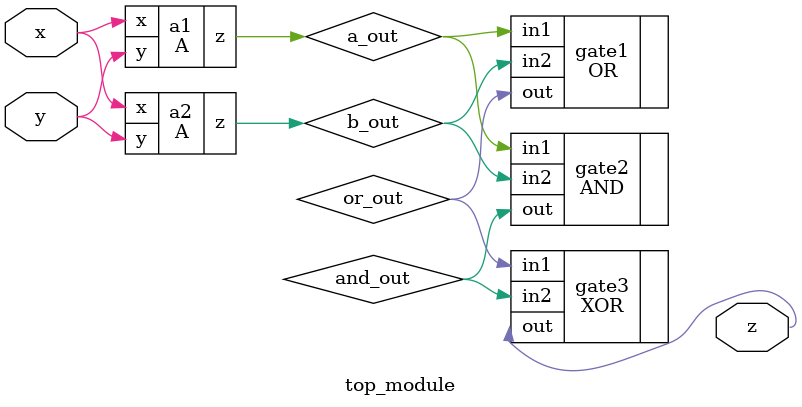
<source format=sv>
module A(
	input x,
	input y,
	output z);
	
	assign z = (x ^ y) & x;
	
endmodule
module B(
	input x,
	input y,
	output z);
	
	reg z;
	
	always @(*)
	begin
		#5 z = (x & y) | z;
	end
	
endmodule
module top_module(
	input x,
	input y,
	output z);
	
	wire a_out, b_out;
	
	A a1(
		.x(x),
		.y(y),
		.z(a_out)
	);
	
	A a2(
		.x(x),
		.y(y),
		.z(b_out)
	);
	
	B b1(
		.x(a_out),
		.y(b_out),
		.z(z1)
	);
	
	B b2(
		.x(a_out),
		.y(b_out),
		.z(z2)
	);
	
	OR gate1(
		.in1(a_out),
		.in2(b_out),
		.out(or_out)
	);
	
	AND gate2(
		.in1(a_out),
		.in2(b_out),
		.out(and_out)
	);
	
	XOR gate3(
		.in1(or_out),
		.in2(and_out),
		.out(z)
	);
	
endmodule

</source>
